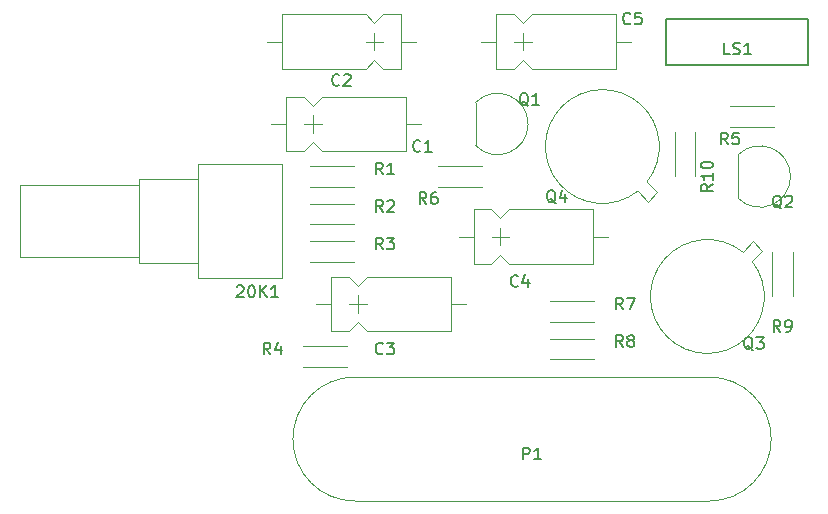
<source format=gbr>
G04 #@! TF.FileFunction,Legend,Top*
%FSLAX46Y46*%
G04 Gerber Fmt 4.6, Leading zero omitted, Abs format (unit mm)*
G04 Created by KiCad (PCBNEW 4.0.5) date 06/07/17 16:03:37*
%MOMM*%
%LPD*%
G01*
G04 APERTURE LIST*
%ADD10C,0.100000*%
%ADD11C,0.120000*%
%ADD12C,0.150000*%
G04 APERTURE END LIST*
D10*
D11*
X83390000Y-100655000D02*
X76220000Y-100655000D01*
X83390000Y-91035000D02*
X76220000Y-91035000D01*
X83390000Y-100655000D02*
X83390000Y-91035000D01*
X76220000Y-100655000D02*
X76220000Y-91035000D01*
X76220000Y-99405000D02*
X71220000Y-99405000D01*
X76220000Y-92285000D02*
X71220000Y-92285000D01*
X76220000Y-99405000D02*
X76220000Y-92285000D01*
X71220000Y-99405000D02*
X71220000Y-92285000D01*
X71220000Y-98905000D02*
X61219000Y-98905000D01*
X71220000Y-92785000D02*
X61219000Y-92785000D01*
X71220000Y-98905000D02*
X71220000Y-92785000D01*
X61219000Y-98905000D02*
X61219000Y-92785000D01*
X85230000Y-87630000D02*
X86730000Y-87630000D01*
X85980000Y-86880000D02*
X85980000Y-88380000D01*
X83720000Y-85320000D02*
X83720000Y-89940000D01*
X93840000Y-85320000D02*
X93840000Y-89940000D01*
X83720000Y-85320000D02*
X85220000Y-85320000D01*
X85220000Y-85320000D02*
X85970000Y-86070000D01*
X85970000Y-86070000D02*
X86720000Y-85320000D01*
X86720000Y-85320000D02*
X93840000Y-85320000D01*
X83720000Y-89940000D02*
X85220000Y-89940000D01*
X85220000Y-89940000D02*
X85970000Y-89190000D01*
X85970000Y-89190000D02*
X86720000Y-89940000D01*
X86720000Y-89940000D02*
X93840000Y-89940000D01*
X82460000Y-87630000D02*
X83720000Y-87630000D01*
X95100000Y-87630000D02*
X93840000Y-87630000D01*
X91935000Y-80645000D02*
X90435000Y-80645000D01*
X91185000Y-81395000D02*
X91185000Y-79895000D01*
X93445000Y-82955000D02*
X93445000Y-78335000D01*
X83325000Y-82955000D02*
X83325000Y-78335000D01*
X93445000Y-82955000D02*
X91945000Y-82955000D01*
X91945000Y-82955000D02*
X91195000Y-82205000D01*
X91195000Y-82205000D02*
X90445000Y-82955000D01*
X90445000Y-82955000D02*
X83325000Y-82955000D01*
X93445000Y-78335000D02*
X91945000Y-78335000D01*
X91945000Y-78335000D02*
X91195000Y-79085000D01*
X91195000Y-79085000D02*
X90445000Y-78335000D01*
X90445000Y-78335000D02*
X83325000Y-78335000D01*
X94705000Y-80645000D02*
X93445000Y-80645000D01*
X82065000Y-80645000D02*
X83325000Y-80645000D01*
X89040000Y-102870000D02*
X90540000Y-102870000D01*
X89790000Y-102120000D02*
X89790000Y-103620000D01*
X87530000Y-100560000D02*
X87530000Y-105180000D01*
X97650000Y-100560000D02*
X97650000Y-105180000D01*
X87530000Y-100560000D02*
X89030000Y-100560000D01*
X89030000Y-100560000D02*
X89780000Y-101310000D01*
X89780000Y-101310000D02*
X90530000Y-100560000D01*
X90530000Y-100560000D02*
X97650000Y-100560000D01*
X87530000Y-105180000D02*
X89030000Y-105180000D01*
X89030000Y-105180000D02*
X89780000Y-104430000D01*
X89780000Y-104430000D02*
X90530000Y-105180000D01*
X90530000Y-105180000D02*
X97650000Y-105180000D01*
X86270000Y-102870000D02*
X87530000Y-102870000D01*
X98910000Y-102870000D02*
X97650000Y-102870000D01*
X101105000Y-97155000D02*
X102605000Y-97155000D01*
X101855000Y-96405000D02*
X101855000Y-97905000D01*
X99595000Y-94845000D02*
X99595000Y-99465000D01*
X109715000Y-94845000D02*
X109715000Y-99465000D01*
X99595000Y-94845000D02*
X101095000Y-94845000D01*
X101095000Y-94845000D02*
X101845000Y-95595000D01*
X101845000Y-95595000D02*
X102595000Y-94845000D01*
X102595000Y-94845000D02*
X109715000Y-94845000D01*
X99595000Y-99465000D02*
X101095000Y-99465000D01*
X101095000Y-99465000D02*
X101845000Y-98715000D01*
X101845000Y-98715000D02*
X102595000Y-99465000D01*
X102595000Y-99465000D02*
X109715000Y-99465000D01*
X98335000Y-97155000D02*
X99595000Y-97155000D01*
X110975000Y-97155000D02*
X109715000Y-97155000D01*
X103010000Y-80645000D02*
X104510000Y-80645000D01*
X103760000Y-79895000D02*
X103760000Y-81395000D01*
X101500000Y-78335000D02*
X101500000Y-82955000D01*
X111620000Y-78335000D02*
X111620000Y-82955000D01*
X101500000Y-78335000D02*
X103000000Y-78335000D01*
X103000000Y-78335000D02*
X103750000Y-79085000D01*
X103750000Y-79085000D02*
X104500000Y-78335000D01*
X104500000Y-78335000D02*
X111620000Y-78335000D01*
X101500000Y-82955000D02*
X103000000Y-82955000D01*
X103000000Y-82955000D02*
X103750000Y-82205000D01*
X103750000Y-82205000D02*
X104500000Y-82955000D01*
X104500000Y-82955000D02*
X111620000Y-82955000D01*
X100240000Y-80645000D02*
X101500000Y-80645000D01*
X112880000Y-80645000D02*
X111620000Y-80645000D01*
D12*
X115860000Y-82660000D02*
X127860000Y-82660000D01*
X115860000Y-78760000D02*
X127860000Y-78760000D01*
X127860000Y-78760000D02*
X127860000Y-82660000D01*
X115860000Y-78760000D02*
X115860000Y-82660000D01*
D11*
X89535000Y-119550000D02*
X119535000Y-119550000D01*
X119535000Y-109050000D02*
X89535000Y-109050000D01*
X119535000Y-119550000D02*
G75*
G03X119535000Y-109050000I0J5250000D01*
G01*
X89535000Y-109050000D02*
G75*
G03X89535000Y-119550000I0J-5250000D01*
G01*
X99750000Y-85830000D02*
X99750000Y-89430000D01*
X99761522Y-85791522D02*
G75*
G02X104200000Y-87630000I1838478J-1838478D01*
G01*
X99761522Y-89468478D02*
G75*
G03X104200000Y-87630000I1838478J1838478D01*
G01*
X121975000Y-90275000D02*
X121975000Y-93875000D01*
X121986522Y-90236522D02*
G75*
G02X126425000Y-92075000I1838478J-1838478D01*
G01*
X121986522Y-93913478D02*
G75*
G03X126425000Y-92075000I1838478J1838478D01*
G01*
X123154902Y-99237916D02*
X124045856Y-98346961D01*
X124045856Y-98346961D02*
X123268039Y-97569144D01*
X123268039Y-97569144D02*
X122377084Y-98460098D01*
X122377371Y-98460326D02*
G75*
G03X123154902Y-99237916I-2997371J-3774674D01*
G01*
X113487084Y-93309902D02*
X114378039Y-94200856D01*
X114378039Y-94200856D02*
X115155856Y-93423039D01*
X115155856Y-93423039D02*
X114264902Y-92532084D01*
X114264674Y-92532371D02*
G75*
G03X113487084Y-93309902I-3774674J2997371D01*
G01*
X85770000Y-91215000D02*
X89490000Y-91215000D01*
X85770000Y-92935000D02*
X89490000Y-92935000D01*
X85770000Y-94390000D02*
X89490000Y-94390000D01*
X85770000Y-96110000D02*
X89490000Y-96110000D01*
X89490000Y-99285000D02*
X85770000Y-99285000D01*
X89490000Y-97565000D02*
X85770000Y-97565000D01*
X85135000Y-106455000D02*
X88855000Y-106455000D01*
X85135000Y-108175000D02*
X88855000Y-108175000D01*
X125050000Y-87855000D02*
X121330000Y-87855000D01*
X125050000Y-86135000D02*
X121330000Y-86135000D01*
X96565000Y-91215000D02*
X100285000Y-91215000D01*
X96565000Y-92935000D02*
X100285000Y-92935000D01*
X109810000Y-104365000D02*
X106090000Y-104365000D01*
X109810000Y-102645000D02*
X106090000Y-102645000D01*
X106090000Y-105820000D02*
X109810000Y-105820000D01*
X106090000Y-107540000D02*
X109810000Y-107540000D01*
X124870000Y-102190000D02*
X124870000Y-98470000D01*
X126590000Y-102190000D02*
X126590000Y-98470000D01*
X116615000Y-92030000D02*
X116615000Y-88310000D01*
X118335000Y-92030000D02*
X118335000Y-88310000D01*
D12*
X79541905Y-101392619D02*
X79589524Y-101345000D01*
X79684762Y-101297381D01*
X79922858Y-101297381D01*
X80018096Y-101345000D01*
X80065715Y-101392619D01*
X80113334Y-101487857D01*
X80113334Y-101583095D01*
X80065715Y-101725952D01*
X79494286Y-102297381D01*
X80113334Y-102297381D01*
X80732381Y-101297381D02*
X80827620Y-101297381D01*
X80922858Y-101345000D01*
X80970477Y-101392619D01*
X81018096Y-101487857D01*
X81065715Y-101678333D01*
X81065715Y-101916429D01*
X81018096Y-102106905D01*
X80970477Y-102202143D01*
X80922858Y-102249762D01*
X80827620Y-102297381D01*
X80732381Y-102297381D01*
X80637143Y-102249762D01*
X80589524Y-102202143D01*
X80541905Y-102106905D01*
X80494286Y-101916429D01*
X80494286Y-101678333D01*
X80541905Y-101487857D01*
X80589524Y-101392619D01*
X80637143Y-101345000D01*
X80732381Y-101297381D01*
X81494286Y-102297381D02*
X81494286Y-101297381D01*
X82065715Y-102297381D02*
X81637143Y-101725952D01*
X82065715Y-101297381D02*
X81494286Y-101868810D01*
X83018096Y-102297381D02*
X82446667Y-102297381D01*
X82732381Y-102297381D02*
X82732381Y-101297381D01*
X82637143Y-101440238D01*
X82541905Y-101535476D01*
X82446667Y-101583095D01*
X95083334Y-89892143D02*
X95035715Y-89939762D01*
X94892858Y-89987381D01*
X94797620Y-89987381D01*
X94654762Y-89939762D01*
X94559524Y-89844524D01*
X94511905Y-89749286D01*
X94464286Y-89558810D01*
X94464286Y-89415952D01*
X94511905Y-89225476D01*
X94559524Y-89130238D01*
X94654762Y-89035000D01*
X94797620Y-88987381D01*
X94892858Y-88987381D01*
X95035715Y-89035000D01*
X95083334Y-89082619D01*
X96035715Y-89987381D02*
X95464286Y-89987381D01*
X95750000Y-89987381D02*
X95750000Y-88987381D01*
X95654762Y-89130238D01*
X95559524Y-89225476D01*
X95464286Y-89273095D01*
X88218334Y-84312143D02*
X88170715Y-84359762D01*
X88027858Y-84407381D01*
X87932620Y-84407381D01*
X87789762Y-84359762D01*
X87694524Y-84264524D01*
X87646905Y-84169286D01*
X87599286Y-83978810D01*
X87599286Y-83835952D01*
X87646905Y-83645476D01*
X87694524Y-83550238D01*
X87789762Y-83455000D01*
X87932620Y-83407381D01*
X88027858Y-83407381D01*
X88170715Y-83455000D01*
X88218334Y-83502619D01*
X88599286Y-83502619D02*
X88646905Y-83455000D01*
X88742143Y-83407381D01*
X88980239Y-83407381D01*
X89075477Y-83455000D01*
X89123096Y-83502619D01*
X89170715Y-83597857D01*
X89170715Y-83693095D01*
X89123096Y-83835952D01*
X88551667Y-84407381D01*
X89170715Y-84407381D01*
X91908334Y-107037143D02*
X91860715Y-107084762D01*
X91717858Y-107132381D01*
X91622620Y-107132381D01*
X91479762Y-107084762D01*
X91384524Y-106989524D01*
X91336905Y-106894286D01*
X91289286Y-106703810D01*
X91289286Y-106560952D01*
X91336905Y-106370476D01*
X91384524Y-106275238D01*
X91479762Y-106180000D01*
X91622620Y-106132381D01*
X91717858Y-106132381D01*
X91860715Y-106180000D01*
X91908334Y-106227619D01*
X92241667Y-106132381D02*
X92860715Y-106132381D01*
X92527381Y-106513333D01*
X92670239Y-106513333D01*
X92765477Y-106560952D01*
X92813096Y-106608571D01*
X92860715Y-106703810D01*
X92860715Y-106941905D01*
X92813096Y-107037143D01*
X92765477Y-107084762D01*
X92670239Y-107132381D01*
X92384524Y-107132381D01*
X92289286Y-107084762D01*
X92241667Y-107037143D01*
X103338334Y-101322143D02*
X103290715Y-101369762D01*
X103147858Y-101417381D01*
X103052620Y-101417381D01*
X102909762Y-101369762D01*
X102814524Y-101274524D01*
X102766905Y-101179286D01*
X102719286Y-100988810D01*
X102719286Y-100845952D01*
X102766905Y-100655476D01*
X102814524Y-100560238D01*
X102909762Y-100465000D01*
X103052620Y-100417381D01*
X103147858Y-100417381D01*
X103290715Y-100465000D01*
X103338334Y-100512619D01*
X104195477Y-100750714D02*
X104195477Y-101417381D01*
X103957381Y-100369762D02*
X103719286Y-101084048D01*
X104338334Y-101084048D01*
X112863334Y-79097143D02*
X112815715Y-79144762D01*
X112672858Y-79192381D01*
X112577620Y-79192381D01*
X112434762Y-79144762D01*
X112339524Y-79049524D01*
X112291905Y-78954286D01*
X112244286Y-78763810D01*
X112244286Y-78620952D01*
X112291905Y-78430476D01*
X112339524Y-78335238D01*
X112434762Y-78240000D01*
X112577620Y-78192381D01*
X112672858Y-78192381D01*
X112815715Y-78240000D01*
X112863334Y-78287619D01*
X113768096Y-78192381D02*
X113291905Y-78192381D01*
X113244286Y-78668571D01*
X113291905Y-78620952D01*
X113387143Y-78573333D01*
X113625239Y-78573333D01*
X113720477Y-78620952D01*
X113768096Y-78668571D01*
X113815715Y-78763810D01*
X113815715Y-79001905D01*
X113768096Y-79097143D01*
X113720477Y-79144762D01*
X113625239Y-79192381D01*
X113387143Y-79192381D01*
X113291905Y-79144762D01*
X113244286Y-79097143D01*
X121277143Y-81732381D02*
X120800952Y-81732381D01*
X120800952Y-80732381D01*
X121562857Y-81684762D02*
X121705714Y-81732381D01*
X121943810Y-81732381D01*
X122039048Y-81684762D01*
X122086667Y-81637143D01*
X122134286Y-81541905D01*
X122134286Y-81446667D01*
X122086667Y-81351429D01*
X122039048Y-81303810D01*
X121943810Y-81256190D01*
X121753333Y-81208571D01*
X121658095Y-81160952D01*
X121610476Y-81113333D01*
X121562857Y-81018095D01*
X121562857Y-80922857D01*
X121610476Y-80827619D01*
X121658095Y-80780000D01*
X121753333Y-80732381D01*
X121991429Y-80732381D01*
X122134286Y-80780000D01*
X123086667Y-81732381D02*
X122515238Y-81732381D01*
X122800952Y-81732381D02*
X122800952Y-80732381D01*
X122705714Y-80875238D01*
X122610476Y-80970476D01*
X122515238Y-81018095D01*
X103786905Y-116022381D02*
X103786905Y-115022381D01*
X104167858Y-115022381D01*
X104263096Y-115070000D01*
X104310715Y-115117619D01*
X104358334Y-115212857D01*
X104358334Y-115355714D01*
X104310715Y-115450952D01*
X104263096Y-115498571D01*
X104167858Y-115546190D01*
X103786905Y-115546190D01*
X105310715Y-116022381D02*
X104739286Y-116022381D01*
X105025000Y-116022381D02*
X105025000Y-115022381D01*
X104929762Y-115165238D01*
X104834524Y-115260476D01*
X104739286Y-115308095D01*
X104230182Y-86084659D02*
X104134944Y-86037040D01*
X104039706Y-85941802D01*
X103896849Y-85798945D01*
X103801610Y-85751326D01*
X103706372Y-85751326D01*
X103753991Y-85989421D02*
X103658753Y-85941802D01*
X103563515Y-85846564D01*
X103515896Y-85656088D01*
X103515896Y-85322754D01*
X103563515Y-85132278D01*
X103658753Y-85037040D01*
X103753991Y-84989421D01*
X103944468Y-84989421D01*
X104039706Y-85037040D01*
X104134944Y-85132278D01*
X104182563Y-85322754D01*
X104182563Y-85656088D01*
X104134944Y-85846564D01*
X104039706Y-85941802D01*
X103944468Y-85989421D01*
X103753991Y-85989421D01*
X105134944Y-85989421D02*
X104563515Y-85989421D01*
X104849229Y-85989421D02*
X104849229Y-84989421D01*
X104753991Y-85132278D01*
X104658753Y-85227516D01*
X104563515Y-85275135D01*
X125647462Y-94781619D02*
X125552224Y-94734000D01*
X125456986Y-94638762D01*
X125314129Y-94495905D01*
X125218890Y-94448286D01*
X125123652Y-94448286D01*
X125171271Y-94686381D02*
X125076033Y-94638762D01*
X124980795Y-94543524D01*
X124933176Y-94353048D01*
X124933176Y-94019714D01*
X124980795Y-93829238D01*
X125076033Y-93734000D01*
X125171271Y-93686381D01*
X125361748Y-93686381D01*
X125456986Y-93734000D01*
X125552224Y-93829238D01*
X125599843Y-94019714D01*
X125599843Y-94353048D01*
X125552224Y-94543524D01*
X125456986Y-94638762D01*
X125361748Y-94686381D01*
X125171271Y-94686381D01*
X125980795Y-93781619D02*
X126028414Y-93734000D01*
X126123652Y-93686381D01*
X126361748Y-93686381D01*
X126456986Y-93734000D01*
X126504605Y-93781619D01*
X126552224Y-93876857D01*
X126552224Y-93972095D01*
X126504605Y-94114952D01*
X125933176Y-94686381D01*
X126552224Y-94686381D01*
X123229382Y-106775499D02*
X123134144Y-106727880D01*
X123038906Y-106632642D01*
X122896049Y-106489785D01*
X122800810Y-106442166D01*
X122705572Y-106442166D01*
X122753191Y-106680261D02*
X122657953Y-106632642D01*
X122562715Y-106537404D01*
X122515096Y-106346928D01*
X122515096Y-106013594D01*
X122562715Y-105823118D01*
X122657953Y-105727880D01*
X122753191Y-105680261D01*
X122943668Y-105680261D01*
X123038906Y-105727880D01*
X123134144Y-105823118D01*
X123181763Y-106013594D01*
X123181763Y-106346928D01*
X123134144Y-106537404D01*
X123038906Y-106632642D01*
X122943668Y-106680261D01*
X122753191Y-106680261D01*
X123515096Y-105680261D02*
X124134144Y-105680261D01*
X123800810Y-106061213D01*
X123943668Y-106061213D01*
X124038906Y-106108832D01*
X124086525Y-106156451D01*
X124134144Y-106251690D01*
X124134144Y-106489785D01*
X124086525Y-106585023D01*
X124038906Y-106632642D01*
X123943668Y-106680261D01*
X123657953Y-106680261D01*
X123562715Y-106632642D01*
X123515096Y-106585023D01*
X106541582Y-94339659D02*
X106446344Y-94292040D01*
X106351106Y-94196802D01*
X106208249Y-94053945D01*
X106113010Y-94006326D01*
X106017772Y-94006326D01*
X106065391Y-94244421D02*
X105970153Y-94196802D01*
X105874915Y-94101564D01*
X105827296Y-93911088D01*
X105827296Y-93577754D01*
X105874915Y-93387278D01*
X105970153Y-93292040D01*
X106065391Y-93244421D01*
X106255868Y-93244421D01*
X106351106Y-93292040D01*
X106446344Y-93387278D01*
X106493963Y-93577754D01*
X106493963Y-93911088D01*
X106446344Y-94101564D01*
X106351106Y-94196802D01*
X106255868Y-94244421D01*
X106065391Y-94244421D01*
X107351106Y-93577754D02*
X107351106Y-94244421D01*
X107113010Y-93196802D02*
X106874915Y-93911088D01*
X107493963Y-93911088D01*
X91908334Y-91892381D02*
X91575000Y-91416190D01*
X91336905Y-91892381D02*
X91336905Y-90892381D01*
X91717858Y-90892381D01*
X91813096Y-90940000D01*
X91860715Y-90987619D01*
X91908334Y-91082857D01*
X91908334Y-91225714D01*
X91860715Y-91320952D01*
X91813096Y-91368571D01*
X91717858Y-91416190D01*
X91336905Y-91416190D01*
X92860715Y-91892381D02*
X92289286Y-91892381D01*
X92575000Y-91892381D02*
X92575000Y-90892381D01*
X92479762Y-91035238D01*
X92384524Y-91130476D01*
X92289286Y-91178095D01*
X91908334Y-95067381D02*
X91575000Y-94591190D01*
X91336905Y-95067381D02*
X91336905Y-94067381D01*
X91717858Y-94067381D01*
X91813096Y-94115000D01*
X91860715Y-94162619D01*
X91908334Y-94257857D01*
X91908334Y-94400714D01*
X91860715Y-94495952D01*
X91813096Y-94543571D01*
X91717858Y-94591190D01*
X91336905Y-94591190D01*
X92289286Y-94162619D02*
X92336905Y-94115000D01*
X92432143Y-94067381D01*
X92670239Y-94067381D01*
X92765477Y-94115000D01*
X92813096Y-94162619D01*
X92860715Y-94257857D01*
X92860715Y-94353095D01*
X92813096Y-94495952D01*
X92241667Y-95067381D01*
X92860715Y-95067381D01*
X91908334Y-98242381D02*
X91575000Y-97766190D01*
X91336905Y-98242381D02*
X91336905Y-97242381D01*
X91717858Y-97242381D01*
X91813096Y-97290000D01*
X91860715Y-97337619D01*
X91908334Y-97432857D01*
X91908334Y-97575714D01*
X91860715Y-97670952D01*
X91813096Y-97718571D01*
X91717858Y-97766190D01*
X91336905Y-97766190D01*
X92241667Y-97242381D02*
X92860715Y-97242381D01*
X92527381Y-97623333D01*
X92670239Y-97623333D01*
X92765477Y-97670952D01*
X92813096Y-97718571D01*
X92860715Y-97813810D01*
X92860715Y-98051905D01*
X92813096Y-98147143D01*
X92765477Y-98194762D01*
X92670239Y-98242381D01*
X92384524Y-98242381D01*
X92289286Y-98194762D01*
X92241667Y-98147143D01*
X82383334Y-107132381D02*
X82050000Y-106656190D01*
X81811905Y-107132381D02*
X81811905Y-106132381D01*
X82192858Y-106132381D01*
X82288096Y-106180000D01*
X82335715Y-106227619D01*
X82383334Y-106322857D01*
X82383334Y-106465714D01*
X82335715Y-106560952D01*
X82288096Y-106608571D01*
X82192858Y-106656190D01*
X81811905Y-106656190D01*
X83240477Y-106465714D02*
X83240477Y-107132381D01*
X83002381Y-106084762D02*
X82764286Y-106799048D01*
X83383334Y-106799048D01*
X121118334Y-89352381D02*
X120785000Y-88876190D01*
X120546905Y-89352381D02*
X120546905Y-88352381D01*
X120927858Y-88352381D01*
X121023096Y-88400000D01*
X121070715Y-88447619D01*
X121118334Y-88542857D01*
X121118334Y-88685714D01*
X121070715Y-88780952D01*
X121023096Y-88828571D01*
X120927858Y-88876190D01*
X120546905Y-88876190D01*
X122023096Y-88352381D02*
X121546905Y-88352381D01*
X121499286Y-88828571D01*
X121546905Y-88780952D01*
X121642143Y-88733333D01*
X121880239Y-88733333D01*
X121975477Y-88780952D01*
X122023096Y-88828571D01*
X122070715Y-88923810D01*
X122070715Y-89161905D01*
X122023096Y-89257143D01*
X121975477Y-89304762D01*
X121880239Y-89352381D01*
X121642143Y-89352381D01*
X121546905Y-89304762D01*
X121499286Y-89257143D01*
X95588794Y-94386661D02*
X95255460Y-93910470D01*
X95017365Y-94386661D02*
X95017365Y-93386661D01*
X95398318Y-93386661D01*
X95493556Y-93434280D01*
X95541175Y-93481899D01*
X95588794Y-93577137D01*
X95588794Y-93719994D01*
X95541175Y-93815232D01*
X95493556Y-93862851D01*
X95398318Y-93910470D01*
X95017365Y-93910470D01*
X96445937Y-93386661D02*
X96255460Y-93386661D01*
X96160222Y-93434280D01*
X96112603Y-93481899D01*
X96017365Y-93624756D01*
X95969746Y-93815232D01*
X95969746Y-94196185D01*
X96017365Y-94291423D01*
X96064984Y-94339042D01*
X96160222Y-94386661D01*
X96350699Y-94386661D01*
X96445937Y-94339042D01*
X96493556Y-94291423D01*
X96541175Y-94196185D01*
X96541175Y-93958090D01*
X96493556Y-93862851D01*
X96445937Y-93815232D01*
X96350699Y-93767613D01*
X96160222Y-93767613D01*
X96064984Y-93815232D01*
X96017365Y-93862851D01*
X95969746Y-93958090D01*
X112228334Y-103322381D02*
X111895000Y-102846190D01*
X111656905Y-103322381D02*
X111656905Y-102322381D01*
X112037858Y-102322381D01*
X112133096Y-102370000D01*
X112180715Y-102417619D01*
X112228334Y-102512857D01*
X112228334Y-102655714D01*
X112180715Y-102750952D01*
X112133096Y-102798571D01*
X112037858Y-102846190D01*
X111656905Y-102846190D01*
X112561667Y-102322381D02*
X113228334Y-102322381D01*
X112799762Y-103322381D01*
X112228334Y-106497381D02*
X111895000Y-106021190D01*
X111656905Y-106497381D02*
X111656905Y-105497381D01*
X112037858Y-105497381D01*
X112133096Y-105545000D01*
X112180715Y-105592619D01*
X112228334Y-105687857D01*
X112228334Y-105830714D01*
X112180715Y-105925952D01*
X112133096Y-105973571D01*
X112037858Y-106021190D01*
X111656905Y-106021190D01*
X112799762Y-105925952D02*
X112704524Y-105878333D01*
X112656905Y-105830714D01*
X112609286Y-105735476D01*
X112609286Y-105687857D01*
X112656905Y-105592619D01*
X112704524Y-105545000D01*
X112799762Y-105497381D01*
X112990239Y-105497381D01*
X113085477Y-105545000D01*
X113133096Y-105592619D01*
X113180715Y-105687857D01*
X113180715Y-105735476D01*
X113133096Y-105830714D01*
X113085477Y-105878333D01*
X112990239Y-105925952D01*
X112799762Y-105925952D01*
X112704524Y-105973571D01*
X112656905Y-106021190D01*
X112609286Y-106116429D01*
X112609286Y-106306905D01*
X112656905Y-106402143D01*
X112704524Y-106449762D01*
X112799762Y-106497381D01*
X112990239Y-106497381D01*
X113085477Y-106449762D01*
X113133096Y-106402143D01*
X113180715Y-106306905D01*
X113180715Y-106116429D01*
X113133096Y-106021190D01*
X113085477Y-105973571D01*
X112990239Y-105925952D01*
X125563334Y-105227381D02*
X125230000Y-104751190D01*
X124991905Y-105227381D02*
X124991905Y-104227381D01*
X125372858Y-104227381D01*
X125468096Y-104275000D01*
X125515715Y-104322619D01*
X125563334Y-104417857D01*
X125563334Y-104560714D01*
X125515715Y-104655952D01*
X125468096Y-104703571D01*
X125372858Y-104751190D01*
X124991905Y-104751190D01*
X126039524Y-105227381D02*
X126230000Y-105227381D01*
X126325239Y-105179762D01*
X126372858Y-105132143D01*
X126468096Y-104989286D01*
X126515715Y-104798810D01*
X126515715Y-104417857D01*
X126468096Y-104322619D01*
X126420477Y-104275000D01*
X126325239Y-104227381D01*
X126134762Y-104227381D01*
X126039524Y-104275000D01*
X125991905Y-104322619D01*
X125944286Y-104417857D01*
X125944286Y-104655952D01*
X125991905Y-104751190D01*
X126039524Y-104798810D01*
X126134762Y-104846429D01*
X126325239Y-104846429D01*
X126420477Y-104798810D01*
X126468096Y-104751190D01*
X126515715Y-104655952D01*
X119832381Y-92717857D02*
X119356190Y-93051191D01*
X119832381Y-93289286D02*
X118832381Y-93289286D01*
X118832381Y-92908333D01*
X118880000Y-92813095D01*
X118927619Y-92765476D01*
X119022857Y-92717857D01*
X119165714Y-92717857D01*
X119260952Y-92765476D01*
X119308571Y-92813095D01*
X119356190Y-92908333D01*
X119356190Y-93289286D01*
X119832381Y-91765476D02*
X119832381Y-92336905D01*
X119832381Y-92051191D02*
X118832381Y-92051191D01*
X118975238Y-92146429D01*
X119070476Y-92241667D01*
X119118095Y-92336905D01*
X118832381Y-91146429D02*
X118832381Y-91051190D01*
X118880000Y-90955952D01*
X118927619Y-90908333D01*
X119022857Y-90860714D01*
X119213333Y-90813095D01*
X119451429Y-90813095D01*
X119641905Y-90860714D01*
X119737143Y-90908333D01*
X119784762Y-90955952D01*
X119832381Y-91051190D01*
X119832381Y-91146429D01*
X119784762Y-91241667D01*
X119737143Y-91289286D01*
X119641905Y-91336905D01*
X119451429Y-91384524D01*
X119213333Y-91384524D01*
X119022857Y-91336905D01*
X118927619Y-91289286D01*
X118880000Y-91241667D01*
X118832381Y-91146429D01*
M02*

</source>
